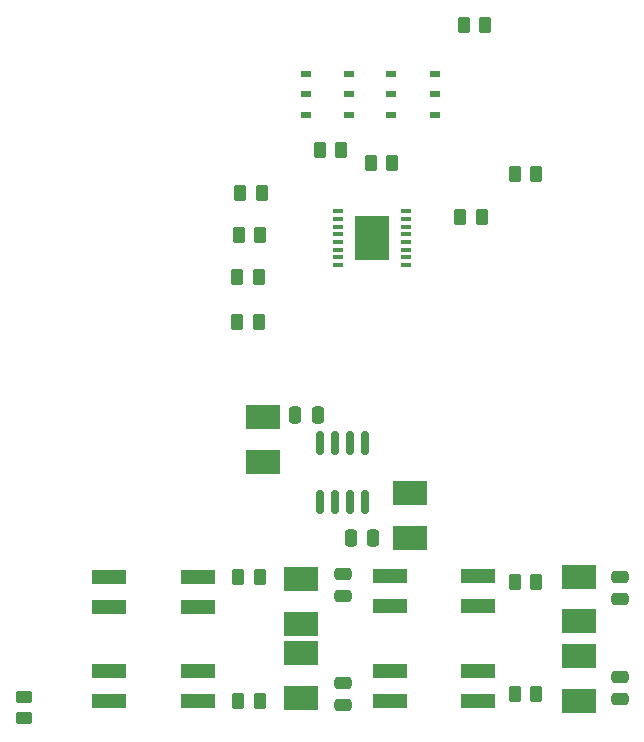
<source format=gbr>
%TF.GenerationSoftware,KiCad,Pcbnew,(6.0.10)*%
%TF.CreationDate,2023-06-26T14:12:15+09:00*%
%TF.ProjectId,OurDream,4f757244-7265-4616-9d2e-6b696361645f,rev?*%
%TF.SameCoordinates,Original*%
%TF.FileFunction,Paste,Top*%
%TF.FilePolarity,Positive*%
%FSLAX46Y46*%
G04 Gerber Fmt 4.6, Leading zero omitted, Abs format (unit mm)*
G04 Created by KiCad (PCBNEW (6.0.10)) date 2023-06-26 14:12:15*
%MOMM*%
%LPD*%
G01*
G04 APERTURE LIST*
G04 Aperture macros list*
%AMRoundRect*
0 Rectangle with rounded corners*
0 $1 Rounding radius*
0 $2 $3 $4 $5 $6 $7 $8 $9 X,Y pos of 4 corners*
0 Add a 4 corners polygon primitive as box body*
4,1,4,$2,$3,$4,$5,$6,$7,$8,$9,$2,$3,0*
0 Add four circle primitives for the rounded corners*
1,1,$1+$1,$2,$3*
1,1,$1+$1,$4,$5*
1,1,$1+$1,$6,$7*
1,1,$1+$1,$8,$9*
0 Add four rect primitives between the rounded corners*
20,1,$1+$1,$2,$3,$4,$5,0*
20,1,$1+$1,$4,$5,$6,$7,0*
20,1,$1+$1,$6,$7,$8,$9,0*
20,1,$1+$1,$8,$9,$2,$3,0*%
G04 Aperture macros list end*
%ADD10RoundRect,0.250000X-0.475000X0.250000X-0.475000X-0.250000X0.475000X-0.250000X0.475000X0.250000X0*%
%ADD11R,3.000000X2.000000*%
%ADD12RoundRect,0.250000X0.250000X0.475000X-0.250000X0.475000X-0.250000X-0.475000X0.250000X-0.475000X0*%
%ADD13RoundRect,0.250000X-0.250000X-0.475000X0.250000X-0.475000X0.250000X0.475000X-0.250000X0.475000X0*%
%ADD14RoundRect,0.250000X-0.262500X-0.450000X0.262500X-0.450000X0.262500X0.450000X-0.262500X0.450000X0*%
%ADD15R,3.000000X1.200000*%
%ADD16RoundRect,0.250000X-0.450000X0.262500X-0.450000X-0.262500X0.450000X-0.262500X0.450000X0.262500X0*%
%ADD17R,0.900000X0.350000*%
%ADD18R,3.000000X3.700000*%
%ADD19RoundRect,0.250000X0.262500X0.450000X-0.262500X0.450000X-0.262500X-0.450000X0.262500X-0.450000X0*%
%ADD20R,0.850000X0.600000*%
%ADD21RoundRect,0.150000X-0.150000X0.825000X-0.150000X-0.825000X0.150000X-0.825000X0.150000X0.825000X0*%
G04 APERTURE END LIST*
D10*
%TO.C,C1*%
X126500000Y-140000000D03*
X126500000Y-141900000D03*
%TD*%
D11*
%TO.C,C2*%
X123000000Y-141300000D03*
X123000000Y-137500000D03*
%TD*%
D10*
%TO.C,C3*%
X150000000Y-139500000D03*
X150000000Y-141400000D03*
%TD*%
D11*
%TO.C,C4*%
X123000000Y-135000000D03*
X123000000Y-131200000D03*
%TD*%
%TO.C,C5*%
X146500000Y-141500000D03*
X146500000Y-137700000D03*
%TD*%
%TO.C,C6*%
X146500000Y-134800000D03*
X146500000Y-131000000D03*
%TD*%
D12*
%TO.C,C7*%
X129093000Y-127762000D03*
X127193000Y-127762000D03*
%TD*%
D11*
%TO.C,C8*%
X132207000Y-127762000D03*
X132207000Y-123962000D03*
%TD*%
D13*
%TO.C,C10*%
X122494000Y-117348000D03*
X124394000Y-117348000D03*
%TD*%
D10*
%TO.C,C11*%
X126500000Y-130750000D03*
X126500000Y-132650000D03*
%TD*%
%TO.C,C12*%
X150000000Y-131000000D03*
X150000000Y-132900000D03*
%TD*%
D14*
%TO.C,L1*%
X117675000Y-141500000D03*
X119500000Y-141500000D03*
%TD*%
%TO.C,L2*%
X141087500Y-140912500D03*
X142912500Y-140912500D03*
%TD*%
D15*
%TO.C,L3*%
X106750000Y-139000000D03*
X106750000Y-141540000D03*
X114250000Y-141540000D03*
X114250000Y-139000000D03*
%TD*%
%TO.C,L4*%
X130500000Y-138960000D03*
X130500000Y-141500000D03*
X138000000Y-141500000D03*
X138000000Y-138960000D03*
%TD*%
D14*
%TO.C,L7*%
X117675000Y-131000000D03*
X119500000Y-131000000D03*
%TD*%
%TO.C,L8*%
X141087500Y-131500000D03*
X142912500Y-131500000D03*
%TD*%
D16*
%TO.C,R7*%
X99500000Y-141175000D03*
X99500000Y-143000000D03*
%TD*%
D15*
%TO.C,L5*%
X106750000Y-131000000D03*
X106750000Y-133540000D03*
X114250000Y-133540000D03*
X114250000Y-131000000D03*
%TD*%
%TO.C,L6*%
X130500000Y-130960000D03*
X130500000Y-133500000D03*
X138000000Y-133500000D03*
X138000000Y-130960000D03*
%TD*%
D11*
%TO.C,C9*%
X119761000Y-121275000D03*
X119761000Y-117475000D03*
%TD*%
D14*
%TO.C,R13*%
X141073500Y-96901000D03*
X142898500Y-96901000D03*
%TD*%
%TO.C,R12*%
X136755500Y-84328000D03*
X138580500Y-84328000D03*
%TD*%
%TO.C,R3*%
X117705500Y-102108000D03*
X119530500Y-102108000D03*
%TD*%
%TO.C,R4*%
X117578500Y-105664000D03*
X119403500Y-105664000D03*
%TD*%
D17*
%TO.C,DA1*%
X126157000Y-100087000D03*
X126157000Y-100737000D03*
X126157000Y-101387000D03*
X126157000Y-102037000D03*
X126157000Y-102687000D03*
X126157000Y-103337000D03*
X126157000Y-103987000D03*
X126157000Y-104637000D03*
X131907000Y-104637000D03*
X131907000Y-103987000D03*
X131907000Y-103337000D03*
X131907000Y-102687000D03*
X131907000Y-102037000D03*
X131907000Y-101387000D03*
X131907000Y-100737000D03*
X131907000Y-100087000D03*
D18*
X129032000Y-102362000D03*
%TD*%
D19*
%TO.C,R6*%
X138303000Y-100584000D03*
X136478000Y-100584000D03*
%TD*%
D14*
%TO.C,R10*%
X128881500Y-96012000D03*
X130706500Y-96012000D03*
%TD*%
%TO.C,R11*%
X124563500Y-94869000D03*
X126388500Y-94869000D03*
%TD*%
D20*
%TO.C,SW2*%
X130611000Y-88420000D03*
X130611000Y-90170000D03*
X130611000Y-91920000D03*
X134311000Y-88420000D03*
X134311000Y-90170000D03*
X134311000Y-91920000D03*
%TD*%
D14*
%TO.C,R2*%
X117832500Y-98552000D03*
X119657500Y-98552000D03*
%TD*%
D20*
%TO.C,SW1*%
X123372000Y-88420000D03*
X123372000Y-90170000D03*
X123372000Y-91920000D03*
X127072000Y-88420000D03*
X127072000Y-90170000D03*
X127072000Y-91920000D03*
%TD*%
D14*
%TO.C,R5*%
X117578500Y-109474000D03*
X119403500Y-109474000D03*
%TD*%
D21*
%TO.C,U1*%
X128397000Y-119699000D03*
X127127000Y-119699000D03*
X125857000Y-119699000D03*
X124587000Y-119699000D03*
X124587000Y-124649000D03*
X125857000Y-124649000D03*
X127127000Y-124649000D03*
X128397000Y-124649000D03*
%TD*%
M02*

</source>
